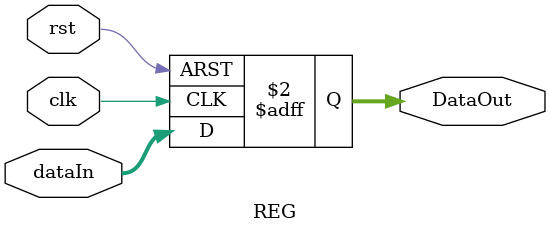
<source format=sv>
module REG(input clk, rst, input [31:0] dataIn, output reg [31:0] DataOut);
	always@(posedge clk, posedge rst) begin
		if(rst)
			DataOut <= 32'b0;
		else if(clk)
			DataOut <= dataIn;
	end
endmodule
</source>
